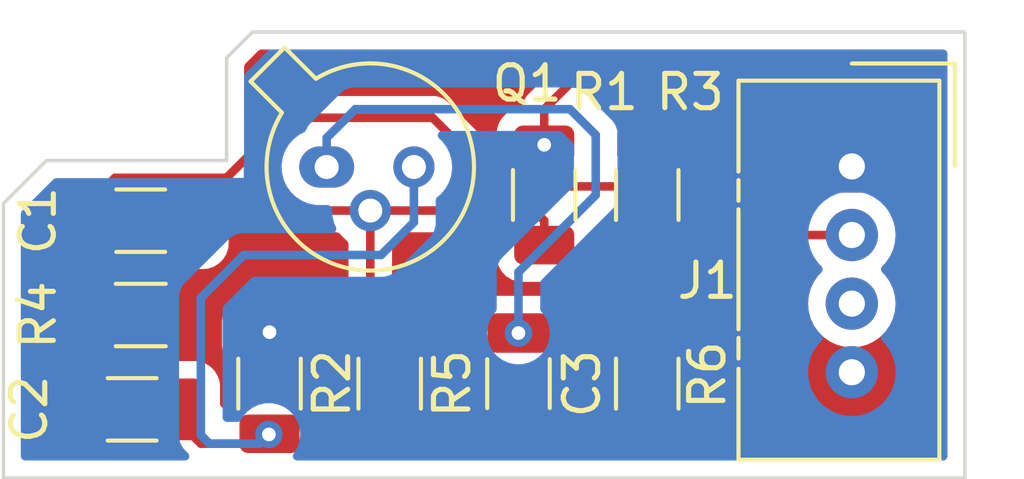
<source format=kicad_pcb>
(kicad_pcb (version 20211014) (generator pcbnew)
  (layers (0 "F.Cu" signal) (31 "B.Cu" signal) (34 "B.Paste" user) (35 "F.Paste" user) (36 "B.SilkS" user "B.Silkscreen") (37 "F.SilkS" user "F.Silkscreen") (38 "B.Mask" user) (39 "F.Mask" user) (44 "Edge.Cuts" user))
  (net 0 "")
  (net 1 "Net-(C1-Pad1)")
  (net 2 "Net-(C1-Pad2)")
  (net 3 "Net-(C2-Pad1)")
  (net 4 "Net-(C2-Pad2)")
  (net 5 "Net-(C3-Pad1)")
  (net 6 "GND")
  (net 7 "VCC")
  (net 8 "/in")
  (net 9 "/out")
  (footprint "Connector:NS-Tech_Grove_1x04_P2mm_Vertical" (layer "F.Cu") (at 172.2075 91.4175)
    (fp_text reference "J1" (at -4.2075 3.3325) (layer "F.SilkS"))
    (fp_text value "Conn_01x04")
    (fp_line (start -3.3 5.9) (end -3.3 8.55) (layer "F.SilkS") (width 0.12))
    (fp_line (start -3.3 1.25) (end -3.3 4.75) (layer "F.SilkS") (width 0.12))
    (fp_line (start -3.3 8.55) (end 2.55 8.55) (layer "F.SilkS") (width 0.12))
    (fp_line (start -3.3 -2.5) (end 2.55 -2.5) (layer "F.SilkS") (width 0.12))
    (fp_line (start -3.3 -2.5) (end -3.3 0.15) (layer "F.SilkS") (width 0.12))
    (fp_line (start -3.3 5) (end -3.3 5.6) (layer "F.SilkS") (width 0.12))
    (fp_line (start 3 -3) (end 3 0) (layer "F.SilkS") (width 0.12))
    (fp_line (start -3.3 0.4) (end -3.3 1) (layer "F.SilkS") (width 0.12))
    (fp_line (start 2.55 -2.5) (end 2.55 8.55) (layer "F.SilkS") (width 0.12))
    (fp_line (start 0 -3) (end 3 -3) (layer "F.SilkS") (width 0.12))
    (pad "1" thru_hole rect (at 0 0) (size 1.524 1.524) (drill 0.762) (layers *.Cu *.Mask) (net 7 "VCC"))
    (pad "2" thru_hole circle (at 0 2) (size 1.524 1.524) (drill 0.762) (layers *.Cu *.Mask) (net 8 "/in"))
    (pad "3" thru_hole circle (at 0 4) (size 1.524 1.524) (drill 0.762) (layers *.Cu *.Mask) (net 9 "/out"))
    (pad "4" thru_hole circle (at 0 6) (size 1.524 1.524) (drill 0.762) (layers *.Cu *.Mask) (net 6 "GND"))
  )
  (footprint "Package_TO_SOT_THT:TO-18-3" (layer "F.Cu") (at 156.914724 91.434724)
    (fp_text reference "Q1" (at 5.835276 -2.434724) (layer "F.SilkS"))
    (fp_text value "BC107")
    (fp_line (start -2.214448 -2.494499) (end -1.302281 -1.582331) (layer "F.SilkS") (width 0.12))
    (fp_line (start -1.224499 -3.484448) (end -2.214448 -2.494499) (layer "F.SilkS") (width 0.12))
    (fp_line (start -0.312331 -2.572281) (end -1.224499 -3.484448) (layer "F.SilkS") (width 0.12))
    (fp_arc (start -0.312331 -2.572281) (mid 3.405374 2.135551) (end -1.30215 -1.582544) (layer "F.SilkS") (width 0.12))
    (pad "1" thru_hole oval (at 0 0) (size 1.6 1.2) (drill 0.7) (layers *.Cu *.Mask) (net 5 "Net-(C3-Pad1)"))
    (pad "2" thru_hole oval (at 1.27 1.27) (size 1.2 1.2) (drill 0.7) (layers *.Cu *.Mask) (net 2 "Net-(C1-Pad2)"))
    (pad "3" thru_hole oval (at 2.54 0) (size 1.2 1.2) (drill 0.7) (layers *.Cu *.Mask) (net 3 "Net-(C2-Pad1)"))
  )
  (footprint "Resistor_SMD:R_1206_3216Metric" (layer "F.Cu") (at 155.25 97.75 -90)
    (fp_text reference "R2" (at 0 -1.82 90) (layer "F.SilkS"))
    (fp_text value "2.2k")
    (fp_line (start -0.727064 0.91) (end 0.727064 0.91) (layer "F.SilkS") (width 0.12))
    (fp_line (start -0.727064 -0.91) (end 0.727064 -0.91) (layer "F.SilkS") (width 0.12))
    (pad "1" smd roundrect (at -1.4625 0 270) (size 1.125 1.75) (layers "F.Cu" "F.Paste" "F.Mask") (roundrect_rratio 0.2222222222) (net 7 "VCC"))
    (pad "2" smd roundrect (at 1.4625 0 270) (size 1.125 1.75) (layers "F.Cu" "F.Paste" "F.Mask") (roundrect_rratio 0.2222222222) (net 3 "Net-(C2-Pad1)"))
  )
  (footprint "Resistor_SMD:R_1206_3216Metric" (layer "F.Cu") (at 158.75 97.75 -90)
    (fp_text reference "R5" (at 0 -1.82 90) (layer "F.SilkS"))
    (fp_text value "10k")
    (fp_line (start -0.727064 -0.91) (end 0.727064 -0.91) (layer "F.SilkS") (width 0.12))
    (fp_line (start -0.727064 0.91) (end 0.727064 0.91) (layer "F.SilkS") (width 0.12))
    (pad "1" smd roundrect (at -1.4625 0 270) (size 1.125 1.75) (layers "F.Cu" "F.Paste" "F.Mask") (roundrect_rratio 0.2222222222) (net 2 "Net-(C1-Pad2)"))
    (pad "2" smd roundrect (at 1.4625 0 270) (size 1.125 1.75) (layers "F.Cu" "F.Paste" "F.Mask") (roundrect_rratio 0.2222222222) (net 6 "GND"))
  )
  (footprint "Resistor_SMD:R_1206_3216Metric" (layer "F.Cu") (at 166.25 92.25 90)
    (fp_text reference "R3" (at 3 1.25 180) (layer "F.SilkS"))
    (fp_text value "200")
    (fp_line (start -0.727064 -0.91) (end 0.727064 -0.91) (layer "F.SilkS") (width 0.12))
    (fp_line (start -0.727064 0.91) (end 0.727064 0.91) (layer "F.SilkS") (width 0.12))
    (pad "1" smd roundrect (at -1.4625 0 90) (size 1.125 1.75) (layers "F.Cu" "F.Paste" "F.Mask") (roundrect_rratio 0.2222222222) (net 8 "/in"))
    (pad "2" smd roundrect (at 1.4625 0 90) (size 1.125 1.75) (layers "F.Cu" "F.Paste" "F.Mask") (roundrect_rratio 0.2222222222) (net 1 "Net-(C1-Pad1)"))
  )
  (footprint "Resistor_SMD:R_1206_3216Metric" (layer "F.Cu") (at 151.5 95.75)
    (fp_text reference "R4" (at -3 0 270) (layer "F.SilkS"))
    (fp_text value "10k")
    (fp_line (start -0.727064 -0.91) (end 0.727064 -0.91) (layer "F.SilkS") (width 0.12))
    (fp_line (start -0.727064 0.91) (end 0.727064 0.91) (layer "F.SilkS") (width 0.12))
    (pad "1" smd roundrect (at -1.4625 0) (size 1.125 1.75) (layers "F.Cu" "F.Paste" "F.Mask") (roundrect_rratio 0.2222222222) (net 4 "Net-(C2-Pad2)"))
    (pad "2" smd roundrect (at 1.4625 0) (size 1.125 1.75) (layers "F.Cu" "F.Paste" "F.Mask") (roundrect_rratio 0.2222222222) (net 6 "GND"))
  )
  (footprint "Resistor_SMD:R_1206_3216Metric" (layer "F.Cu") (at 166.25 97.75 -90)
    (fp_text reference "R6" (at -0.25 -1.75 -90) (layer "F.SilkS"))
    (fp_text value "1k")
    (fp_line (start -0.727064 -0.91) (end 0.727064 -0.91) (layer "F.SilkS") (width 0.12))
    (fp_line (start -0.727064 0.91) (end 0.727064 0.91) (layer "F.SilkS") (width 0.12))
    (pad "1" smd roundrect (at -1.4625 0 270) (size 1.125 1.75) (layers "F.Cu" "F.Paste" "F.Mask") (roundrect_rratio 0.2222222222) (net 5 "Net-(C3-Pad1)"))
    (pad "2" smd roundrect (at 1.4625 0 270) (size 1.125 1.75) (layers "F.Cu" "F.Paste" "F.Mask") (roundrect_rratio 0.2222222222) (net 6 "GND"))
  )
  (footprint "Capacitor_SMD:C_1206_3216Metric" (layer "F.Cu") (at 151.5 93)
    (fp_text reference "C1" (at -3 0 90) (layer "F.SilkS"))
    (fp_text value "100nF")
    (fp_line (start -0.711252 0.91) (end 0.711252 0.91) (layer "F.SilkS") (width 0.12))
    (fp_line (start -0.711252 -0.91) (end 0.711252 -0.91) (layer "F.SilkS") (width 0.12))
    (pad "1" smd roundrect (at -1.475 0) (size 1.15 1.8) (layers "F.Cu" "F.Paste" "F.Mask") (roundrect_rratio 0.2173913043) (net 1 "Net-(C1-Pad1)"))
    (pad "2" smd roundrect (at 1.475 0) (size 1.15 1.8) (layers "F.Cu" "F.Paste" "F.Mask") (roundrect_rratio 0.2173913043) (net 2 "Net-(C1-Pad2)"))
  )
  (footprint "Capacitor_SMD:C_1206_3216Metric" (layer "F.Cu") (at 151.25 98.5 180)
    (fp_text reference "C2" (at 3 0 270) (layer "F.SilkS"))
    (fp_text value "220nF")
    (fp_line (start -0.711252 -0.91) (end 0.711252 -0.91) (layer "F.SilkS") (width 0.12))
    (fp_line (start -0.711252 0.91) (end 0.711252 0.91) (layer "F.SilkS") (width 0.12))
    (pad "1" smd roundrect (at -1.475 0 180) (size 1.15 1.8) (layers "F.Cu" "F.Paste" "F.Mask") (roundrect_rratio 0.2173913043) (net 3 "Net-(C2-Pad1)"))
    (pad "2" smd roundrect (at 1.475 0 180) (size 1.15 1.8) (layers "F.Cu" "F.Paste" "F.Mask") (roundrect_rratio 0.2173913043) (net 4 "Net-(C2-Pad2)"))
  )
  (footprint "Resistor_SMD:R_1206_3216Metric" (layer "F.Cu") (at 163.25 92.25 -90)
    (fp_text reference "R1" (at -3 -1.75 180) (layer "F.SilkS"))
    (fp_text value "22k")
    (fp_line (start -0.727064 0.91) (end 0.727064 0.91) (layer "F.SilkS") (width 0.12))
    (fp_line (start -0.727064 -0.91) (end 0.727064 -0.91) (layer "F.SilkS") (width 0.12))
    (pad "1" smd roundrect (at -1.4625 0 270) (size 1.125 1.75) (layers "F.Cu" "F.Paste" "F.Mask") (roundrect_rratio 0.2222222222) (net 7 "VCC"))
    (pad "2" smd roundrect (at 1.4625 0 270) (size 1.125 1.75) (layers "F.Cu" "F.Paste" "F.Mask") (roundrect_rratio 0.2222222222) (net 2 "Net-(C1-Pad2)"))
  )
  (footprint "Capacitor_SMD:C_1206_3216Metric" (layer "F.Cu") (at 162.5 97.75 -90)
    (fp_text reference "C3" (at 0 -1.85 90) (layer "F.SilkS"))
    (fp_text value "100uF")
    (fp_line (start -0.711252 0.91) (end 0.711252 0.91) (layer "F.SilkS") (width 0.12))
    (fp_line (start -0.711252 -0.91) (end 0.711252 -0.91) (layer "F.SilkS") (width 0.12))
    (pad "1" smd roundrect (at -1.475 0 270) (size 1.15 1.8) (layers "F.Cu" "F.Paste" "F.Mask") (roundrect_rratio 0.2173913043) (net 5 "Net-(C3-Pad1)"))
    (pad "2" smd roundrect (at 1.475 0 270) (size 1.15 1.8) (layers "F.Cu" "F.Paste" "F.Mask") (roundrect_rratio 0.2173913043) (net 6 "GND"))
  )
  (gr_poly (pts (xy 175.5 100.5) (xy 147.5 100.5) (xy 147.5 92.5) (xy 148.75 91.25) (xy 154 91.25) (xy 154 88.25) (xy 154.75 87.5) (xy 175.5 87.5)) (layer "Edge.Cuts") (width 0.1) (fill none))
  (segment (start 150.75 91.75) (end 154 91.75) (width 0.25) (layer "F.Cu") (net 1))
  (segment (start 150.025 93) (end 150.025 92.475) (width 0.25) (layer "F.Cu") (net 1))
  (segment (start 150.025 92.475) (end 150.75 91.75) (width 0.25) (layer "F.Cu") (net 1))
  (segment (start 162 92) (end 165.75 92) (width 0.25) (layer "F.Cu") (net 1))
  (segment (start 160 90) (end 162 92) (width 0.25) (layer "F.Cu") (net 1))
  (segment (start 155.75 90) (end 160 90) (width 0.25) (layer "F.Cu") (net 1))
  (segment (start 154 91.75) (end 155.75 90) (width 0.25) (layer "F.Cu") (net 1))
  (segment (start 165.75 92) (end 166.25 91.5) (width 0.25) (layer "F.Cu") (net 1))
  (segment (start 166.25 91.5) (end 166.25 90.7875) (width 0.25) (layer "F.Cu") (net 1))
  (segment (start 162.954724 92.704724) (end 163.25 93) (width 0.25) (layer "F.Cu") (net 2))
  (segment (start 152.975 93) (end 153.270276 92.704724) (width 0.25) (layer "F.Cu") (net 2))
  (segment (start 163.25 93) (end 163.25 93.7125) (width 0.25) (layer "F.Cu") (net 2))
  (segment (start 158.184724 92.704724) (end 162.954724 92.704724) (width 0.25) (layer "F.Cu") (net 2))
  (segment (start 153.270276 92.704724) (end 158.184724 92.704724) (width 0.25) (layer "F.Cu") (net 2))
  (segment (start 158.184724 95.722224) (end 158.75 96.2875) (width 0.25) (layer "F.Cu") (net 2))
  (segment (start 158.184724 92.704724) (end 158.184724 95.722224) (width 0.25) (layer "F.Cu") (net 2))
  (segment (start 155.23125 99.23125) (end 155.25 99.2125) (width 0.25) (layer "F.Cu") (net 3))
  (segment (start 152.725 98.5) (end 152.725 98.975) (width 0.25) (layer "F.Cu") (net 3))
  (segment (start 152.725 98.975) (end 153.25 99.5) (width 0.25) (layer "F.Cu") (net 3))
  (segment (start 153.25 99.5) (end 154.9625 99.5) (width 0.25) (layer "F.Cu") (net 3))
  (segment (start 154.9625 99.5) (end 155.23125 99.23125) (width 0.25) (layer "F.Cu") (net 3))
  (via (at 155.23125 99.23125) (size 0.8) (drill 0.4) (layers "F.Cu" "B.Cu") (net 3))
  (segment (start 158.5 94) (end 154.5 94) (width 0.25) (layer "B.Cu") (net 3))
  (segment (start 154.5 94) (end 153.25 95.25) (width 0.25) (layer "B.Cu") (net 3))
  (segment (start 154.9625 99.5) (end 155.23125 99.23125) (width 0.25) (layer "B.Cu") (net 3))
  (segment (start 159.454724 91.434724) (end 159.454724 93.045276) (width 0.25) (layer "B.Cu") (net 3))
  (segment (start 153.25 99.25) (end 153.5 99.5) (width 0.25) (layer "B.Cu") (net 3))
  (segment (start 159.454724 93.045276) (end 158.5 94) (width 0.25) (layer "B.Cu") (net 3))
  (segment (start 153.25 95.25) (end 153.25 99.25) (width 0.25) (layer "B.Cu") (net 3))
  (segment (start 153.5 99.5) (end 154.9625 99.5) (width 0.25) (layer "B.Cu") (net 3))
  (segment (start 150.0375 98.2375) (end 149.775 98.5) (width 0.25) (layer "F.Cu") (net 4))
  (segment (start 150.0375 95.75) (end 150.0375 98.2375) (width 0.25) (layer "F.Cu") (net 4))
  (segment (start 166.2375 96.275) (end 166.25 96.2875) (width 0.25) (layer "F.Cu") (net 5))
  (segment (start 162.5 96.275) (end 166.2375 96.275) (width 0.25) (layer "F.Cu") (net 5))
  (via (at 162.5 96.275) (size 0.8) (drill 0.4) (layers "F.Cu" "B.Cu") (net 5))
  (segment (start 164.75 92.25) (end 162.5 94.5) (width 0.25) (layer "B.Cu") (net 5))
  (segment (start 162.5 94.5) (end 162.5 96.275) (width 0.25) (layer "B.Cu") (net 5))
  (segment (start 164 89.75) (end 164.75 90.5) (width 0.25) (layer "B.Cu") (net 5))
  (segment (start 156.914724 91.434724) (end 156.914724 90.585276) (width 0.25) (layer "B.Cu") (net 5))
  (segment (start 156.914724 90.585276) (end 157.75 89.75) (width 0.25) (layer "B.Cu") (net 5))
  (segment (start 157.75 89.75) (end 164 89.75) (width 0.25) (layer "B.Cu") (net 5))
  (segment (start 164.75 90.5) (end 164.75 92.25) (width 0.25) (layer "B.Cu") (net 5))
  (segment (start 158.5 98) (end 158.75 98.25) (width 0.25) (layer "F.Cu") (net 6))
  (segment (start 166.25 99.2125) (end 158.75 99.2125) (width 0.25) (layer "F.Cu") (net 6))
  (segment (start 166.25 99.2125) (end 171.745 99.2125) (width 0.25) (layer "F.Cu") (net 6))
  (segment (start 172.2075 98.75) (end 172.2075 97.4175) (width 0.25) (layer "F.Cu") (net 6))
  (segment (start 158.75 98.25) (end 158.75 99.2125) (width 0.25) (layer "F.Cu") (net 6))
  (segment (start 171.745 99.2125) (end 172.2075 98.75) (width 0.25) (layer "F.Cu") (net 6))
  (segment (start 154.5 98) (end 158.5 98) (width 0.25) (layer "F.Cu") (net 6))
  (segment (start 152.9625 96.4625) (end 154.5 98) (width 0.25) (layer "F.Cu") (net 6))
  (segment (start 152.9625 95.75) (end 152.9625 96.4625) (width 0.25) (layer "F.Cu") (net 6))
  (segment (start 163.25 90.7875) (end 163.25 89.75) (width 0.25) (layer "F.Cu") (net 7))
  (segment (start 172.2075 90.2075) (end 172.2075 91.4175) (width 0.25) (layer "F.Cu") (net 7))
  (segment (start 163.25 89.75) (end 164 89) (width 0.25) (layer "F.Cu") (net 7))
  (segment (start 164 89) (end 171 89) (width 0.25) (layer "F.Cu") (net 7))
  (segment (start 171 89) (end 172.2075 90.2075) (width 0.25) (layer "F.Cu") (net 7))
  (via (at 163.25 90.7875) (size 0.8) (drill 0.4) (layers "F.Cu" "B.Cu") (net 7))
  (via (at 155.25 96.25) (size 0.8) (drill 0.4) (layers "F.Cu" "B.Cu") (net 7))
  (segment (start 163.25 90.7875) (end 162.4625 90.7875) (width 0.25) (layer "B.Cu") (net 7))
  (segment (start 161.25 92) (end 161.25 94.25) (width 0.25) (layer "B.Cu") (net 7))
  (segment (start 162.4625 90.7875) (end 161.25 92) (width 0.25) (layer "B.Cu") (net 7))
  (segment (start 161.25 94.25) (end 159.25 96.25) (width 0.25) (layer "B.Cu") (net 7))
  (segment (start 159.25 96.25) (end 155.25 96.25) (width 0.25) (layer "B.Cu") (net 7))
  (segment (start 166.25 93.7125) (end 166.545 93.4175) (width 0.25) (layer "F.Cu") (net 8))
  (segment (start 166.545 93.4175) (end 172.2075 93.4175) (width 0.25) (layer "F.Cu") (net 8))
  (zone (net 6) (net_name "GND") (layer "F.Cu") (connect_pads yes (clearance 0.508)) (min_thickness 0.254) (fill yes (thermal_gap 0.508) (thermal_bridge_width 0.508))
    (polygon (pts (xy 175.25 100.25) (xy 147.75 100.25) (xy 147.75 92.75) (xy 149 91.5) (xy 154.25 91.5) (xy 154.25 88.5) (xy 155 87.75) (xy 175.25 87.75)))
  )
  (zone (net 7) (net_name "VCC") (layer "B.Cu") (connect_pads yes (clearance 0.508)) (min_thickness 0.254) (fill yes (thermal_gap 0.508) (thermal_bridge_width 0.508))
    (polygon (pts (xy 175 100) (xy 147.75 100) (xy 147.75 93) (xy 149 91.75) (xy 154.5 91.75) (xy 154.5 88.75) (xy 155.25 88) (xy 175 88)))
  )
)
</source>
